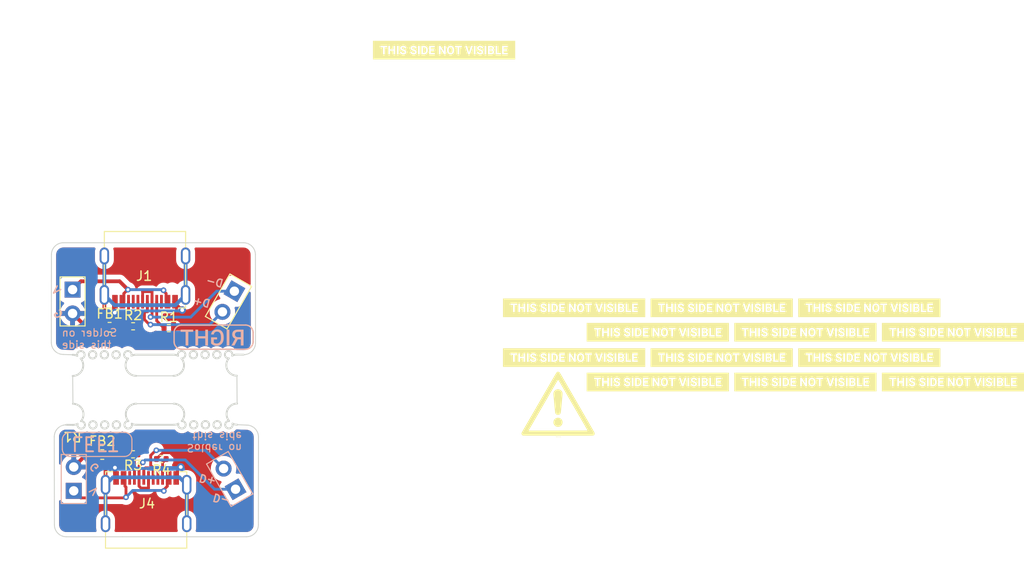
<source format=kicad_pcb>
(kicad_pcb (version 20211014) (generator pcbnew)
  (layers (0 "F.Cu" signal) (31 "B.Cu" signal) (34 "B.Paste" user) (35 "F.Paste" user) (36 "B.SilkS" user "B.Silkscreen") (37 "F.SilkS" user "F.Silkscreen") (38 "B.Mask" user) (39 "F.Mask" user) (44 "Edge.Cuts" user))
  (net 0 "")
  (net 1 "GND")
  (net 2 "Net-(FB1-Pad2)")
  (net 3 "Net-(FB2-Pad2)")
  (net 4 "Net-(J1-PadA4)")
  (net 5 "Net-(J1-PadA7)")
  (net 6 "Net-(J1-PadA6)")
  (net 7 "Net-(J1-PadA5)")
  (net 8 "Net-(J4-PadA5)")
  (net 9 "Net-(J4-PadB5)")
  (net 10 "Net-(J4-PadA4)")
  (net 11 "Net-(J4-PadA7)")
  (net 12 "Net-(J4-PadA6)")
  (net 13 "Net-(J1-PadB5)")
  (footprint "kibuzzard-6284F97C" (layer "F.Cu") (at 66.775 55.7)
    (fp_text reference "kibuzzard-6284F97C" hide)
    (fp_text value "G***" hide)
  )
  (footprint "Resistor_SMD:R_0402_1005Metric" (layer "F.Cu") (at 36.703139 99.227782 180)
    (fp_text reference "R4" (at 0 -1.17) (layer "F.SilkS"))
    (fp_text value "5.1k")
    (pad "1" smd roundrect (at -0.51 0 180) (size 0.54 0.64) (layers "F.Cu" "F.Paste" "F.Mask") (net 9 "Net-(J4-PadB5)"))
    (pad "2" smd roundrect (at 0.51 0 180) (size 0.54 0.64) (layers "F.Cu" "F.Paste" "F.Mask") (net 1 "GND"))
  )
  (footprint "kibuzzard-6284F97C" (layer "F.Cu") (at 89.508555 85.732959)
    (fp_text reference "kibuzzard-6284F97C" hide)
    (fp_text value "G***" hide)
  )
  (footprint "Inductor_SMD:L_0603_1608Metric" (layer "F.Cu") (at 30.418139 98.752782)
    (fp_text reference "FB2" (at 0 -1.43) (layer "F.SilkS"))
    (fp_text value "FerriteBead_Small")
    (pad "1" smd roundrect (at -0.7875 0) (size 0.875 0.95) (layers "F.Cu" "F.Paste" "F.Mask") (net 1 "GND"))
    (pad "2" smd roundrect (at 0.7875 0) (size 0.875 0.95) (layers "F.Cu" "F.Paste" "F.Mask") (net 3 "Net-(FB2-Pad2)"))
  )
  (footprint "kibuzzard-6284F97C" (layer "F.Cu") (at 96.306375 83.132959)
    (fp_text reference "kibuzzard-6284F97C" hide)
    (fp_text value "G***" hide)
  )
  (footprint "kibuzzard-6284F97C" (layer "F.Cu") (at 89.506375 91.032959)
    (fp_text reference "kibuzzard-6284F97C" hide)
    (fp_text value "G***" hide)
  )
  (footprint "LOGO" (layer "F.Cu") (at 78.906375 93.332959)
    (fp_text reference "G***" hide)
    (fp_text value "LOGO" hide)
  )
  (footprint "kibuzzard-6284F97C" (layer "F.Cu") (at 120.906375 91.032959)
    (fp_text reference "kibuzzard-6284F97C" hide)
    (fp_text value "G***" hide)
  )
  (footprint "Library:PinHeader_1x02_P2.54mm_Vertical" (layer "F.Cu") (at 44.472816 81.364751 -30)
    (fp_text reference "J3" hide)
    (fp_text value "Conn_01x02_Female")
    (pad "1" thru_hole rect (at 0 0 330) (size 1.7 1.7) (drill 1) (layers *.Cu *.Mask) (net 5 "Net-(J1-PadA7)"))
    (pad "2" thru_hole oval (at 0 2.54 330) (size 1.7 1.7) (drill 1) (layers *.Cu *.Mask) (net 6 "Net-(J1-PadA6)"))
  )
  (footprint "kibuzzard-6284F97C" (layer "F.Cu") (at 80.604195 88.432959)
    (fp_text reference "kibuzzard-6284F97C" hide)
    (fp_text value "G***" hide)
  )
  (footprint "kibuzzard-6284F97C" (layer "F.Cu") (at 120.908555 85.732959)
    (fp_text reference "kibuzzard-6284F97C" hide)
    (fp_text value "G***" hide)
  )
  (footprint "Library:C167321" (layer "F.Cu") (at 34.962816 81.76 180)
    (fp_text reference "J1" (at 0.09 2.01 180) (layer "F.SilkS"))
    (fp_text value "USB_C_Receptacle_USB2.0")
    (pad "" np_thru_hole circle (at 2.89 0.5 180) (size 0.65 0.65) (drill 0.65) (layers *.Cu *.Mask))
    (pad "" np_thru_hole circle (at -2.89 0.5 180) (size 0.65 0.65) (drill 0.65) (layers *.Cu *.Mask))
    (pad "A1" smd rect (at -3.35 -0.725 180) (size 0.3 1.45) (layers "F.Cu" "F.Paste" "F.Mask") (net 1 "GND"))
    (pad "A4" smd rect (at -2.55 -0.725 180) (size 0.3 1.45) (layers "F.Cu" "F.Paste" "F.Mask") (net 4 "Net-(J1-PadA4)"))
    (pad "A5" smd rect (at -1.25 -0.725 180) (size 0.3 1.45) (layers "F.Cu" "F.Paste" "F.Mask") (net 7 "Net-(J1-PadA5)"))
    (pad "A6" smd rect (at -0.25 -0.725 180) (size 0.3 1.45) (layers "F.Cu" "F.Paste" "F.Mask") (net 6 "Net-(J1-PadA6)"))
    (pad "A7" smd rect (at 0.25 -0.725 180) (size 0.3 1.45) (layers "F.Cu" "F.Paste" "F.Mask") (net 5 "Net-(J1-PadA7)"))
    (pad "A8" smd rect (at 1.25 -0.725 180) (size 0.3 1.45) (layers "F.Cu" "F.Paste" "F.Mask"))
    (pad "A9" smd rect (at 2.55 -0.725 180) (size 0.3 1.45) (layers "F.Cu" "F.Paste" "F.Mask") (net 4 "Net-(J1-PadA4)"))
    (pad "A12" smd rect (at 3.34 -0.725 180) (size 0.3 1.45) (layers "F.Cu" "F.Paste" "F.Mask") (net 1 "GND"))
    (pad "B1" smd rect (at 3.05 -0.725 180) (size 0.3 1.45) (layers "F.Cu" "F.Paste" "F.Mask") (net 1 "GND"))
    (pad "B4" smd rect (at 2.25 -0.725 180) (size 0.3 1.45) (layers "F.Cu" "F.Paste" "F.Mask") (net 4 "Net-(J1-PadA4)"))
    (pad "B5" smd rect (at 1.75 -0.725 180) (size 0.3 1.45) (layers "F.Cu" "F.Paste" "F.Mask") (net 13 "Net-(J1-PadB5)"))
    (pad "B6" smd rect (at 0.75 -0.725 180) (size 0.3 1.45) (layers "F.Cu" "F.Paste" "F.Mask") (net 6 "Net-(J1-PadA6)"))
    (pad "B7" smd rect (at -0.75 -0.725 180) (size 0.3 1.45) (layers "F.Cu" "F.Paste" "F.Mask") (net 5 "Net-(J1-PadA7)"))
    (pad "B8" smd rect (at -1.75 -0.725 180) (size 0.3 1.45) (layers "F.Cu" "F.Paste" "F.Mask"))
    (pad "B9" smd rect (at -2.25 -0.725 180) (size 0.3 1.45) (layers "F.Cu" "F.Paste" "F.Mask") (net 4 "Net-(J1-PadA4)"))
    (pad "B12" smd rect (at -3.05 -0.725 180) (size 0.3 1.45) (layers "F.Cu" "F.Paste" "F.Mask") (net 1 "GND"))
    (pad "S1" thru_hole oval (at 4.32 0 180) (size 1 2.1) (drill oval 0.6 1.7) (layers *.Cu *.Mask) (net 2 "Net-(FB1-Pad2)"))
    (pad "S1" thru_hole oval (at -4.32 4.15 180) (size 1 1.8) (drill oval 0.6 1.4) (layers *.Cu *.Mask) (net 2 "Net-(FB1-Pad2)"))
    (pad "S1" thru_hole oval (at -4.32 0 180) (size 1 2.1) (drill oval 0.6 1.7) (layers *.Cu *.Mask) (net 2 "Net-(FB1-Pad2)"))
    (pad "S1" thru_hole oval (at 4.32 4.15 180) (size 1 1.8) (drill oval 0.6 1.4) (layers *.Cu *.Mask) (net 2 "Net-(FB1-Pad2)"))
  )
  (footprint "kibuzzard-6284F97C" (layer "F.Cu") (at 112.006375 83.132959)
    (fp_text reference "kibuzzard-6284F97C" hide)
    (fp_text value "G***" hide)
  )
  (footprint "kibuzzard-6284F97C" (layer "F.Cu") (at 112.004195 88.432959)
    (fp_text reference "kibuzzard-6284F97C" hide)
    (fp_text value "G***" hide)
  )
  (footprint "kibuzzard-6284F97C" (layer "F.Cu") (at 105.208555 85.732959)
    (fp_text reference "kibuzzard-6284F97C" hide)
    (fp_text value "G***" hide)
  )
  (footprint "Resistor_SMD:R_0402_1005Metric" (layer "F.Cu") (at 33.693139 98.727782 180)
    (fp_text reference "R3" (at 0 -1.17) (layer "F.SilkS"))
    (fp_text value "5.1k")
    (pad "1" smd roundrect (at -0.51 0 180) (size 0.54 0.64) (layers "F.Cu" "F.Paste" "F.Mask") (net 8 "Net-(J4-PadA5)"))
    (pad "2" smd roundrect (at 0.51 0 180) (size 0.54 0.64) (layers "F.Cu" "F.Paste" "F.Mask") (net 1 "GND"))
  )
  (footprint "Resistor_SMD:R_0402_1005Metric" (layer "F.Cu") (at 37.5 85.3)
    (fp_text reference "R1" (at 0 -1.17) (layer "F.SilkS"))
    (fp_text value "5.1k")
    (pad "1" smd roundrect (at -0.51 0) (size 0.54 0.64) (layers "F.Cu" "F.Paste" "F.Mask") (net 7 "Net-(J1-PadA5)"))
    (pad "2" smd roundrect (at 0.51 0) (size 0.54 0.64) (layers "F.Cu" "F.Paste" "F.Mask") (net 1 "GND"))
  )
  (footprint "Library:PinHeader_1x02_P2.54mm_Vertical" (layer "F.Cu") (at 27.262816 81.194603)
    (fp_text reference "J2" hide)
    (fp_text value "Conn_01x02_Female")
    (pad "1" thru_hole rect (at 0 0) (size 1.7 1.7) (drill 1) (layers *.Cu *.Mask) (net 4 "Net-(J1-PadA4)"))
    (pad "2" thru_hole oval (at 0 2.54) (size 1.7 1.7) (drill 1) (layers *.Cu *.Mask) (net 1 "GND"))
  )
  (footprint "Inductor_SMD:L_0603_1608Metric" (layer "F.Cu") (at 31.2 85.2)
    (fp_text reference "FB1" (at 0 -1.43) (layer "F.SilkS"))
    (fp_text value "FerriteBead_Small")
    (pad "1" smd roundrect (at -0.7875 0) (size 0.875 0.95) (layers "F.Cu" "F.Paste" "F.Mask") (net 1 "GND"))
    (pad "2" smd roundrect (at 0.7875 0) (size 0.875 0.95) (layers "F.Cu" "F.Paste" "F.Mask") (net 2 "Net-(FB1-Pad2)"))
  )
  (footprint "Resistor_SMD:R_0402_1005Metric" (layer "F.Cu") (at 33.7 85.1)
    (fp_text reference "R2" (at 0 -1.17) (layer "F.SilkS"))
    (fp_text value "5.1k")
    (pad "1" smd roundrect (at -0.51 0) (size 0.54 0.64) (layers "F.Cu" "F.Paste" "F.Mask") (net 13 "Net-(J1-PadB5)"))
    (pad "2" smd roundrect (at 0.51 0) (size 0.54 0.64) (layers "F.Cu" "F.Paste" "F.Mask") (net 1 "GND"))
  )
  (footprint "kibuzzard-6284F97C" (layer "F.Cu") (at 105.206375 91.032959)
    (fp_text reference "kibuzzard-6284F97C" hide)
    (fp_text value "G***" hide)
  )
  (footprint "kibuzzard-6284F97C" (layer "F.Cu") (at 96.304195 88.432959)
    (fp_text reference "kibuzzard-6284F97C" hide)
    (fp_text value "G***" hide)
  )
  (footprint "kibuzzard-6284F97C" (layer "F.Cu") (at 80.606375 83.132959)
    (fp_text reference "kibuzzard-6284F97C" hide)
    (fp_text value "G***" hide)
  )
  (footprint "Library:C167321" (layer "F.Cu") (at 35.087007 101.967782)
    (fp_text reference "J4" (at 0.09 2.01) (layer "F.SilkS"))
    (fp_text value "USB_C_Receptacle_USB2.0")
    (pad "" np_thru_hole circle (at -2.89 0.5) (size 0.65 0.65) (drill 0.65) (layers *.Cu *.Mask))
    (pad "" np_thru_hole circle (at 2.89 0.5) (size 0.65 0.65) (drill 0.65) (layers *.Cu *.Mask))
    (pad "A1" smd rect (at -3.35 -0.725) (size 0.3 1.45) (layers "F.Cu" "F.Paste" "F.Mask") (net 1 "GND"))
    (pad "A4" smd rect (at -2.55 -0.725) (size 0.3 1.45) (layers "F.Cu" "F.Paste" "F.Mask") (net 10 "Net-(J4-PadA4)"))
    (pad "A5" smd rect (at -1.25 -0.725) (size 0.3 1.45) (layers "F.Cu" "F.Paste" "F.Mask") (net 8 "Net-(J4-PadA5)"))
    (pad "A6" smd rect (at -0.25 -0.725) (size 0.3 1.45) (layers "F.Cu" "F.Paste" "F.Mask") (net 12 "Net-(J4-PadA6)"))
    (pad "A7" smd rect (at 0.25 -0.725) (size 0.3 1.45) (layers "F.Cu" "F.Paste" "F.Mask") (net 11 "Net-(J4-PadA7)"))
    (pad "A8" smd rect (at 1.25 -0.725) (size 0.3 1.45) (layers "F.Cu" "F.Paste" "F.Mask"))
    (pad "A9" smd rect (at 2.55 -0.725) (size 0.3 1.45) (layers "F.Cu" "F.Paste" "F.Mask") (net 10 "Net-(J4-PadA4)"))
    (pad "A12" smd rect (at 3.34 -0.725) (size 0.3 1.45) (layers "F.Cu" "F.Paste" "F.Mask") (net 1 "GND"))
    (pad "B1" smd rect (at 3.05 -0.725) (size 0.3 1.45) (layers "F.Cu" "F.Paste" "F.Mask") (net 1 "GND"))
    (pad "B4" smd rect (at 2.25 -0.725) (size 0.3 1.45) (layers "F.Cu" "F.Paste" "F.Mask") (net 10 "Net-(J4-PadA4)"))
    (pad "B5" smd rect (at 1.75 -0.725) (size 0.3 1.45) (layers "F.Cu" "F.Paste" "F.Mask") (net 9 "Net-(J4-PadB5)"))
    (pad "B6" smd rect (at 0.75 -0.725) (size 0.3 1.45) (layers "F.Cu" "F.Paste" "F.Mask") (net 12 "Net-(J4-PadA6)"))
    (pad "B7" smd rect (at -0.75 -0.725) (size 0.3 1.45) (layers "F.Cu" "F.Paste" "F.Mask") (net 11 "Net-(J4-PadA7)"))
    (pad "B8" smd rect (at -1.75 -0.725) (size 0.3 1.45) (layers "F.Cu" "F.Paste" "F.Mask"))
    (pad "B9" smd rect (at -2.25 -0.725) (size 0.3 1.45) (layers "F.Cu" "F.Paste" "F.Mask") (net 10 "Net-(J4-PadA4)"))
    (pad "B12" smd rect (at -3.05 -0.725) (size 0.3 1.45) (layers "F.Cu" "F.Paste" "F.Mask") (net 1 "GND"))
    (pad "S1" thru_hole oval (at 4.32 0) (size 1 2.1) (drill oval 0.6 1.7) (layers *.Cu *.Mask) (net 3 "Net-(FB2-Pad2)"))
    (pad "S1" thru_hole oval (at -4.32 4.15) (size 1 1.8) (drill oval 0.6 1.4) (layers *.Cu *.Mask) (net 3 "Net-(FB2-Pad2)"))
    (pad "S1" thru_hole oval (at 4.32 4.15) (size 1 1.8) (drill oval 0.6 1.4) (layers *.Cu *.Mask) (net 3 "Net-(FB2-Pad2)"))
    (pad "S1" thru_hole oval (at -4.32 0) (size 1 2.1) (drill oval 0.6 1.7) (layers *.Cu *.Mask) (net 3 "Net-(FB2-Pad2)"))
  )
  (footprint "Library:PinHeader_1x02_P2.54mm_Vertical" (layer "B.Cu") (at 44.597007 102.447634 30)
    (fp_text reference "J6" hide)
    (fp_text value "Conn_01x02_Female")
    (pad "1" thru_hole rect (at 0 0 30) (size 1.7 1.7) (drill 1) (layers *.Cu *.Mask) (net 11 "Net-(J4-PadA7)"))
    (pad "2" thru_hole oval (at 0 -2.54 30) (size 1.7 1.7) (drill 1) (layers *.Cu *.Mask) (net 12 "Net-(J4-PadA6)"))
  )
  (footprint "Library:PinHeader_1x02_P2.54mm_Vertical" (layer "B.Cu") (at 27.387007 102.617782)
    (fp_text reference "J5" hide)
    (fp_text value "Conn_01x02_Female")
    (pad "1" thru_hole rect (at 0 0) (size 1.7 1.7) (drill 1) (layers *.Cu *.Mask) (net 10 "Net-(J4-PadA4)"))
    (pad "2" thru_hole oval (at 0 -2.54) (size 1.7 1.7) (drill 1) (layers *.Cu *.Mask) (net 1 "GND"))
  )
  (footprint "kibuzzard-61F01B61" (layer "B.Cu") (at 42.1 86.3 180)
    (fp_text reference "kibuzzard-61F01B61" hide)
    (fp_text value "G***" hide)
  )
  (gr_line (start 38.060306 86.77098) (end 38.060306 85.751869) (layer "B.SilkS") (width 0.15))
  (gr_line (start 46.462273 85.742058) (end 46.462273 86.761169) (layer "B.SilkS") (width 0.15))
  (gr_line (start 26.967423 96.39084) (end 32.792423 96.390841) (layer "B.SilkS") (width 0.12))
  (gr_arc (start 32.792423 96.390841) (mid 33.335675 96.621629) (end 33.573312 97.161919) (layer "B.SilkS") (width 0.12))
  (gr_arc (start 46.462273 86.761169) (mid 46.222579 87.313038) (end 45.666195 87.542059) (layer "B.SilkS") (width 0.15))
  (gr_line (start 38.841195 87.542058) (end 45.666195 87.542059) (layer "B.SilkS") (width 0.15))
  (gr_arc (start 26.171345 97.17173) (mid 26.411015 96.619836) (end 26.967423 96.39084) (layer "B.SilkS") (width 0.12))
  (gr_line (start 32.777234 98.961919) (end 26.952234 98.961919) (layer "B.SilkS") (width 0.12))
  (gr_line (start 26.171345 97.17173) (end 26.171345 98.190841) (layer "B.SilkS") (width 0.12))
  (gr_line (start 45.681384 84.97098) (end 38.856384 84.97098) (layer "B.SilkS") (width 0.15))
  (gr_arc (start 26.952234 98.961919) (mid 26.408982 98.731131) (end 26.171345 98.190841) (layer "B.SilkS") (width 0.12))
  (gr_arc (start 38.841195 87.542058) (mid 38.297911 87.311304) (end 38.060306 86.77098) (layer "B.SilkS") (width 0.15))
  (gr_line (start 33.573312 98.18103) (end 33.573312 97.161919) (layer "B.SilkS") (width 0.12))
  (gr_arc (start 33.573312 98.18103) (mid 33.333642 98.732924) (end 32.777234 98.96192) (layer "B.SilkS") (width 0.12))
  (gr_arc (start 38.060306 85.751869) (mid 38.3 85.2) (end 38.856384 84.970979) (layer "B.SilkS") (width 0.15))
  (gr_arc (start 45.681384 84.97098) (mid 46.224668 85.201734) (end 46.462273 85.742058) (layer "B.SilkS") (width 0.15))
  (gr_arc (start 47.025043 106.235787) (mid 46.653069 107.133813) (end 45.755043 107.505787) (layer "Edge.Cuts") (width 0.1))
  (gr_arc (start 38.509153 95.474019) (mid 38.270071 95.558775) (end 38.018077 95.587812) (layer "Edge.Cuts") (width 0.2))
  (gr_arc (start 45.438705 76.207027) (mid 46.336731 76.579001) (end 46.708705 77.477027) (layer "Edge.Cuts") (width 0.1))
  (gr_arc (start 44.244438 88.227012) (mid 44.48352 88.142256) (end 44.735514 88.113219) (layer "Edge.Cuts") (width 0.2))
  (gr_arc (start 45.764429 95.61584) (mid 46.662455 95.987814) (end 47.034429 96.88584) (layer "Edge.Cuts") (width 0.1))
  (gr_arc (start 34.023307 90.374997) (mid 33.001984 89.725955) (end 33.160082 88.526221) (layer "Edge.Cuts") (width 0.2))
  (gr_line (start 45.451974 88.121974) (end 44.735514 88.113219) (layer "Edge.Cuts") (width 0.2))
  (gr_arc (start 25.315481 96.86084) (mid 25.687455 95.962814) (end 26.585481 95.59084) (layer "Edge.Cuts") (width 0.1))
  (gr_circle (center 30.644383 88.130892) (end 30.244383 88.130892) (layer "Edge.Cuts") (width 0.2) (fill none))
  (gr_arc (start 38.014148 93.337817) (mid 39.035471 93.986859) (end 38.877373 95.186593) (layer "Edge.Cuts") (width 0.2))
  (gr_arc (start 25.012412 77.477027) (mid 25.384386 76.579001) (end 26.282412 76.207027) (layer "Edge.Cuts") (width 0.1))
  (gr_circle (center 42.643069 95.57974) (end 43.043069 95.57974) (layer "Edge.Cuts") (width 0.2) (fill none))
  (gr_arc (start 27.793017 95.485802) (mid 27.553935 95.570558) (end 27.301941 95.599595) (layer "Edge.Cuts") (width 0.2))
  (gr_circle (center 31.894381 88.128711) (end 31.494381 88.128711) (layer "Edge.Cuts") (width 0.2) (fill none))
  (gr_arc (start 33.191237 95.189598) (mid 33.028952 93.990423) (end 34.048003 93.337818) (layer "Edge.Cuts") (width 0.2))
  (gr_line (start 34.048003 93.337818) (end 38.014148 93.337817) (layer "Edge.Cuts") (width 0.1))
  (gr_arc (start 37.985526 88.125) (mid 38.237619 88.153157) (end 38.476996 88.237078) (layer "Edge.Cuts") (width 0.2))
  (gr_arc (start 33.160082 88.52622) (mid 32.898254 87.811217) (end 33.528302 88.238795) (layer "Edge.Cuts") (width 0.2))
  (gr_line (start 39.461295 76.207027) (end 45.438705 76.207027) (layer "Edge.Cuts") (width 0.1))
  (gr_line (start 44.739443 90.363214) (end 44.764139 93.326035) (layer "Edge.Cuts") (width 0.1))
  (gr_circle (center 42.610517 88.116928) (end 42.210517 88.116928) (layer "Edge.Cuts") (width 0.2) (fill none))
  (gr_line (start 34.023307 90.374997) (end 37.989452 90.374996) (layer "Edge.Cuts") (width 0.1))
  (gr_circle (center 31.926933 95.591523) (end 32.326933 95.591523) (layer "Edge.Cuts") (width 0.2) (fill none))
  (gr_arc (start 27.26939 88.136783) (mid 27.521483 88.16494) (end 27.76086 88.248861) (layer "Edge.Cuts") (width 0.2))
  (gr_arc (start 43.876218 88.514437) (mid 43.61439 87.799434) (end 44.244438 88.227012) (layer "Edge.Cuts") (width 0.2))
  (gr_arc (start 33.528302 88.238795) (mid 33.767384 88.154039) (end 34.019378 88.125002) (layer "Edge.Cuts") (width 0.2))
  (gr_line (start 37.985526 88.125) (end 34.019378 88.125002) (layer "Edge.Cuts") (width 0.2))
  (gr_line (start 46.708705 77.477027) (end 46.721974 86.851974) (layer "Edge.Cuts") (width 0.1))
  (gr_line (start 44.768065 95.576031) (end 45.764429 95.61584) (layer "Edge.Cuts") (width 0.1))
  (gr_line (start 34.051929 95.587814) (end 38.018077 95.587812) (layer "Edge.Cuts") (width 0.2))
  (gr_arc (start 46.721974 86.851974) (mid 46.35 87.75) (end 45.451974 88.121974) (layer "Edge.Cuts") (width 0.1))
  (gr_arc (start 28.161237 95.198377) (mid 28.423065 95.91338) (end 27.793017 95.485802) (layer "Edge.Cuts") (width 0.2))
  (gr_arc (start 44.768065 95.576031) (mid 44.515972 95.547874) (end 44.276595 95.463953) (layer "Edge.Cuts") (width 0.2))
  (gr_arc (start 38.846218 88.523216) (mid 39.008503 89.722391) (end 37.989452 90.374996) (layer "Edge.Cuts") (width 0.2))
  (gr_line (start 27.26939 88.136783) (end 26.273026 88.096974) (layer "Edge.Cuts") (width 0.1))
  (gr_arc (start 26.59875 107.505787) (mid 25.700724 107.133813) (end 25.32875 106.235787) (layer "Edge.Cuts") (width 0.1))
  (gr_circle (center 29.394386 88.133074) (end 28.994386 88.133074) (layer "Edge.Cuts") (width 0.2) (fill none))
  (gr_circle (center 29.426938 95.595886) (end 29.826938 95.595886) (layer "Edge.Cuts") (width 0.2) (fill none))
  (gr_line (start 45.755043 107.505787) (end 32.57616 107.505787) (layer "Edge.Cuts") (width 0.1))
  (gr_arc (start 28.130082 88.534999) (mid 28.292367 89.734174) (end 27.273316 90.386779) (layer "Edge.Cuts") (width 0.2))
  (gr_arc (start 27.76086 88.248861) (mid 28.389413 87.819087) (end 28.130081 88.535) (layer "Edge.Cuts") (width 0.2))
  (gr_circle (center 41.360519 88.119109) (end 40.960519 88.119109) (layer "Edge.Cuts") (width 0.2) (fill none))
  (gr_line (start 25.003026 86.826974) (end 25.012412 77.477027) (layer "Edge.Cuts") (width 0.1))
  (gr_arc (start 44.276595 95.463953) (mid 43.648042 95.893727) (end 43.907374 95.177814) (layer "Edge.Cuts") (width 0.2))
  (gr_line (start 25.32875 106.235787) (end 25.315481 96.86084) (layer "Edge.Cuts") (width 0.1))
  (gr_arc (start 26.273026 88.096974) (mid 25.375 87.725) (end 25.003026 86.826974) (layer "Edge.Cuts") (width 0.1))
  (gr_circle (center 40.143074 95.584103) (end 40.543074 95.584103) (layer "Edge.Cuts") (width 0.2) (fill none))
  (gr_line (start 27.273316 90.386779) (end 27.298012 93.3496) (layer "Edge.Cuts") (width 0.1))
  (gr_line (start 47.034429 96.88584) (end 47.025043 106.235787) (layer "Edge.Cuts") (width 0.1))
  (gr_circle (center 40.110522 88.121291) (end 39.710522 88.121291) (layer "Edge.Cuts") (width 0.2) (fill none))
  (gr_arc (start 33.560459 95.475736) (mid 32.931906 95.90551) (end 33.191238 95.189597) (layer "Edge.Cuts") (width 0.2))
  (gr_arc (start 34.051929 95.587814) (mid 33.799836 95.559657) (end 33.560459 95.475736) (layer "Edge.Cuts") (width 0.2))
  (gr_arc (start 38.476996 88.237078) (mid 39.105549 87.807304) (end 38.846217 88.523217) (layer "Edge.Cuts") (width 0.2))
  (gr_arc (start 38.877373 95.186594) (mid 39.139201 95.901597) (end 38.509153 95.474019) (layer "Edge.Cuts") (width 0.2))
  (gr_line (start 26.282412 76.207027) (end 39.461295 76.207027) (layer "Edge.Cuts") (width 0.1))
  (gr_circle (center 41.393072 95.581922) (end 41.793072 95.581922) (layer "Edge.Cuts") (width 0.2) (fill none))
  (gr_line (start 26.585481 95.59084) (end 27.301941 95.599595) (layer "Edge.Cuts") (width 0.2))
  (gr_arc (start 43.907373 95.177815) (mid 43.745088 93.97864) (end 44.764139 93.326035) (layer "Edge.Cuts") (width 0.2))
  (gr_arc (start 44.739443 90.363214) (mid 43.71812 89.714172) (end 43.876218 88.514438) (layer "Edge.Cuts") (width 0.2))
  (gr_circle (center 30.676936 95.593705) (end 31.076936 95.593705) (layer "Edge.Cuts") (width 0.2) (fill none))
  (gr_line (start 32.57616 107.505787) (end 26.59875 107.505787) (layer "Edge.Cuts") (width 0.1))
  (gr_arc (start 27.298012 93.3496) (mid 28.319335 93.998642) (end 28.161237 95.198376) (layer "Edge.Cuts") (width 0.2))
  (gr_text "G" (at 25.728968 83.829 -45) (layer "B.SilkS") (effects (font (size 0.8 0.8)) (justify mirror)))
  (gr_text "G" (at 29.575 100.075 135) (layer "B.SilkS") (effects (font (size 0.8 0.8)) (justify mirror)))
  (gr_text "V" (at 29.534594 102.604 135) (layer "B.SilkS") (effects (font (size 0.8 0.8)) (justify mirror)))
  (gr_text "Solder on \nthis side" (at 42.65 97.4 180) (layer "B.SilkS") (effects (font (size 0.8 0.8) (thickness 0.12)) (justify mirror)))
  (gr_text "D-" (at 42.375 80.375 -15) (layer "B.SilkS") (effects (font (size 0.8 0.8)) (justify mirror)))
  (gr_text "D-" (at 43.087792 103.500694 165) (layer "B.SilkS") (effects (font (size 0.8 0.8)) (justify mirror)))
  (gr_text "V" (at 25.5 81.3 -45) (layer "B.SilkS") (effects (font (size 0.8 0.8)) (justify mirror)))
  (gr_text "D+" (at 40.987792 82.525694 -15) (layer "B.SilkS") (effects (font (size 0.8 0.8)) (justify mirror)))
  (gr_text "Solder on \nthis side" (at 28.75 86.425) (layer "B.SilkS") (effects (font (size 0.8 0.8) (thickness 0.12)) (justify mirror)))
  (gr_text "LEFT" (at 29.652233 97.59084 180) (layer "B.SilkS") (effects (font (size 1.5 1.5) (thickness 0.2)) (justify mirror)))
  (gr_text "D+" (at 41.625 101.425 165) (layer "B.SilkS") (effects (font (size 0.8 0.8)) (justify mirror)))
  (gr_text "R1" (at 27.243139 96.852782 180) (layer "F.SilkS") (effects (font (size 1 1))))
  (segment (start 38.035 82.485) (end 38.925 83.375) (width 0.3) (layer "F.Cu") (net 1))
  (segment (start 31.737007 101.242782) (end 31.737007 100.183914) (width 0.3) (layer "F.Cu") (net 1))
  (segment (start 28.728213 85.2) (end 27.262816 83.734603) (width 0.4) (layer "F.Cu") (net 1))
  (segment (start 38.012816 82.485) (end 38.035 82.485) (width 0.3) (layer "F.Cu") (net 1))
  (segment (start 36.862659 98.558262) (end 37.658262 98.558262) (width 0.3) (layer "F.Cu") (net 1))
  (segment (start 38.01 84.29) (end 38.925 83.375) (width 0.3) (layer "F.Cu") (net 1))
  (segment (start 31.622816 83.521891) (end 31.750425 83.6495) (width 0.3) (layer "F.Cu") (net 1))
  (segment (start 38.427007 101.242782) (end 38.427007 100.418914) (width 0.3) (layer "F.Cu") (net 1))
  (segment (start 38.01 85.3) (end 38.01 84.29) (width 0.3) (layer "F.Cu") (net 1))
  (segment (start 30.4125 85.2) (end 28.728213 85.2) (width 0.4) (layer "F.Cu") (net 1))
  (segment (start 29.630639 98.752782) (end 28.712007 98.752782) (width 0.4) (layer "F.Cu") (net 1))
  (segment (start 37.658262 98.558262) (end 38.768139 99.668139) (width 0.3) (layer "F.Cu") (net 1))
  (segment (start 31.737007 100.183914) (end 31.768139 100.152782) (width 0.3) (layer "F.Cu") (net 1))
  (segment (start 28.712007 98.752782) (end 27.387007 100.077782) (width 0.4) (layer "F.Cu") (net 1))
  (segment (start 31.622816 82.485) (end 31.622816 83.521891) (width 0.3) (layer "F.Cu") (net 1))
  (segment (start 36.193139 99.227782) (end 36.862659 98.558262) (width 0.3) (layer "F.Cu") (net 1))
  (segment (start 38.768139 99.668139) (end 38.768139 100.077782) (width 0.3) (layer "F.Cu") (net 1))
  (segment (start 38.427007 100.418914) (end 38.768139 100.077782) (width 0.3) (layer "F.Cu") (net 1))
  (via (at 31.750425 83.6495) (size 0.8) (drill 0.4) (layers "F.Cu" "B.Cu") (net 1))
  (via (at 38.768139 100.077782) (size 0.8) (drill 0.4) (layers "F.Cu" "B.Cu") (net 1))
  (via (at 38.925 83.375) (size 0.8) (drill 0.4) (layers "F.Cu" "B.Cu") (net 1))
  (via (at 31.768139 100.152782) (size 0.8) (drill 0.4) (layers "F.Cu" "B.Cu") (net 1))
  (segment (start 31.937353 83.462572) (end 31.750425 83.6495) (width 0.3) (layer "B.Cu") (net 1))
  (segment (start 31.768139 100.152782) (end 31.850619 100.235262) (width 0.3) (layer "B.Cu") (net 1))
  (segment (start 31.850619 100.235262) (end 38.610659 100.235262) (width 0.3) (layer "B.Cu") (net 1))
  (segment (start 31.768139 100.152782) (end 31.693139 100.077782) (width 0.3) (layer "B.Cu") (net 1))
  (segment (start 38.837428 83.462572) (end 31.937353 83.462572) (width 0.3) (layer "B.Cu") (net 1))
  (segment (start 31.665322 83.734603) (end 27.262816 83.734603) (width 0.3) (layer "B.Cu") (net 1))
  (segment (start 38.610659 100.235262) (end 38.768139 100.077782) (width 0.3) (layer "B.Cu") (net 1))
  (segment (start 38.925 83.375) (end 38.837428 83.462572) (width 0.3) (layer "B.Cu") (net 1))
  (segment (start 31.750425 83.6495) (end 31.665322 83.734603) (width 0.3) (layer "B.Cu") (net 1))
  (segment (start 31.693139 100.077782) (end 27.387007 100.077782) (width 0.3) (layer "B.Cu") (net 1))
  (segment (start 30.642816 83.855316) (end 30.642816 81.76) (width 0.4) (layer "F.Cu") (net 2))
  (segment (start 31.9875 85.2) (end 30.642816 83.855316) (width 0.4) (layer "F.Cu") (net 2))
  (segment (start 38.192816 82.85) (end 39.282816 81.76) (width 0.4) (layer "B.Cu") (net 2))
  (segment (start 39.282816 81.76) (end 39.282816 77.61) (width 0.4) (layer "B.Cu") (net 2))
  (segment (start 31.732816 82.85) (end 38.192816 82.85) (width 0.4) (layer "B.Cu") (net 2))
  (segment (start 30.642816 77.61) (end 30.642816 81.76) (width 0.4) (layer "B.Cu") (net 2))
  (segment (start 30.642816 81.76) (end 31.732816 82.85) (width 0.4) (layer "B.Cu") (net 2))
  (segment (start 31.205639 98.752782) (end 30.767007 99.191414) (width 0.4) (layer "F.Cu") (net 3))
  (segment (start 30.767007 99.191414) (end 30.767007 101.967782) (width 0.4) (layer "F.Cu") (net 3))
  (segment (start 38.617007 101.177782) (end 31.557007 101.177782) (width 0.4) (layer "B.Cu") (net 3))
  (segment (start 30.767007 106.117782) (end 30.767007 101.967782) (width 0.4) (layer "B.Cu") (net 3))
  (segment (start 39.407007 101.967782) (end 38.617007 101.177782) (width 0.4) (layer "B.Cu") (net 3))
  (segment (start 31.557007 101.177782) (end 30.767007 101.967782) (width 0.4) (layer "B.Cu") (net 3))
  (segment (start 39.407007 101.967782) (end 39.407007 106.117782) (width 0.4) (layer "B.Cu") (net 3))
  (segment (start 32.713305 81.611695) (end 32.925 81.4) (width 0.3) (layer "F.Cu") (net 4))
  (segment (start 32.712816 82.485) (end 32.712816 81.644629) (width 0.3) (layer "F.Cu") (net 4))
  (segment (start 37.212816 82.485) (end 37.212816 81.612816) (width 0.3) (layer "F.Cu") (net 4))
  (segment (start 28.146939 80.31048) (end 32.26048 80.31048) (width 0.4) (layer "F.Cu") (net 4))
  (segment (start 36.925 81.325) (end 36.933502 81.316498) (width 0.3) (layer "F.Cu") (net 4))
  (segment (start 27.262816 81.194603) (end 28.146939 80.31048) (width 0.4) (layer "F.Cu") (net 4))
  (segment (start 32.26048 80.31048) (end 33.15 81.2) (width 0.4) (layer "F.Cu") (net 4))
  (segment (start 37.212816 81.612816) (end 36.925 81.325) (width 0.3) (layer "F.Cu") (net 4))
  (segment (start 36.933502 81.316498) (end 36.933502 81.265526) (width 0.3) (layer "F.Cu") (net 4))
  (segment (start 32.713305 81.64414) (end 32.713305 81.611695) (width 0.3) (layer "F.Cu") (net 4))
  (segment (start 32.925 81.4) (end 33.125 81.2) (width 0.3) (layer "F.Cu") (net 4))
  (segment (start 32.712816 81.644629) (end 32.713305 81.64414) (width 0.3) (layer "F.Cu") (net 4))
  (segment (start 33.125 81.2) (end 33.15 81.2) (width 0.3) (layer "F.Cu") (net 4))
  (via (at 36.933502 81.265526) (size 0.6) (drill 0.3) (layers "F.Cu" "B.Cu") (net 4))
  (via (at 33.15 81.2) (size 0.6) (drill 0.3) (layers "F.Cu" "B.Cu") (net 4))
  (segment (start 36.867976 81.2) (end 36.933502 81.265526) (width 0.3) (layer "B.Cu") (net 4))
  (segment (start 33.15 81.2) (end 36.867976 81.2) (width 0.3) (layer "B.Cu") (net 4))
  (segment (start 34.712816 81.410978) (end 34.712816 82.485) (width 0.3) (layer "F.Cu") (net 5))
  (segment (start 35.712327 81.410489) (end 34.713305 81.410489) (width 0.3) (layer "F.Cu") (net 5))
  (segment (start 35.712816 82.485) (end 35.712816 83.952937) (width 0.3) (layer "F.Cu") (net 5))
  (segment (start 35.712816 82.485) (end 35.712816 81.410978) (width 0.3) (layer "F.Cu") (net 5))
  (segment (start 34.713305 81.410489) (end 34.712816 81.410978) (width 0.3) (layer "F.Cu") (net 5))
  (segment (start 35.712816 81.410978) (end 35.712327 81.410489) (width 0.3) (layer "F.Cu") (net 5))
  (segment (start 35.712816 83.952937) (end 35.55367 84.112083) (width 0.3) (layer "F.Cu") (net 5))
  (via (at 35.55367 84.112083) (size 0.6) (drill 0.3) (layers "F.Cu" "B.Cu") (net 5))
  (segment (start 35.566098 84.124511) (end 35.55367 84.112083) (width 0.3) (layer "B.Cu") (net 5))
  (segment (start 42.585249 81.364751) (end 39.825489 84.124511) (width 0.3) (layer "B.Cu") (net 5))
  (segment (start 39.825489 84.124511) (end 35.566098 84.124511) (width 0.3) (layer "B.Cu") (net 5))
  (segment (start 44.472816 81.364751) (end 42.585249 81.364751) (width 0.3) (layer "B.Cu") (net 5))
  (segment (start 34.904159 83.614863) (end 34.904159 84.38112) (width 0.3) (layer "F.Cu") (net 6))
  (segment (start 34.904159 84.38112) (end 35.448039 84.925) (width 0.3) (layer "F.Cu") (net 6))
  (segment (start 34.959511 83.559511) (end 35.212327 83.559511) (width 0.3) (layer "F.Cu") (net 6))
  (segment (start 34.212816 82.485) (end 34.212816 83.559022) (width 0.3) (layer "F.Cu") (net 6))
  (segment (start 34.959511 83.559511) (end 34.904159 83.614863) (width 0.3) (layer "F.Cu") (net 6))
  (segment (start 34.213305 83.559511) (end 34.959511 83.559511) (width 0.3) (layer "F.Cu") (net 6))
  (segment (start 35.212327 83.559511) (end 35.212816 83.559022) (width 0.3) (layer "F.Cu") (net 6))
  (segment (start 34.212816 83.559022) (end 34.213305 83.559511) (width 0.3) (layer "F.Cu") (net 6))
  (segment (start 35.448039 84.925) (end 35.55 84.925) (width 0.3) (layer "F.Cu") (net 6))
  (segment (start 35.212816 83.559022) (end 35.212816 82.485) (width 0.3) (layer "F.Cu") (net 6))
  (via (at 35.55 84.925) (size 0.6) (drill 0.3) (layers "F.Cu" "B.Cu") (net 6))
  (segment (start 35.55 84.925) (end 41.842272 84.925) (width 0.3) (layer "B.Cu") (net 6))
  (segment (start 41.842272 84.925) (end 43.202816 83.564456) (width 0.3) (layer "B.Cu") (net 6))
  (segment (start 36.212816 82.485) (end 36.212816 84.522816) (width 0.3) (layer "F.Cu") (net 7))
  (segment (start 36.212816 84.522816) (end 36.99 85.3) (width 0.3) (layer "F.Cu") (net 7))
  (segment (start 33.837007 99.093914) (end 33.837007 101.242782) (width 0.3) (layer "F.Cu") (net 8))
  (segment (start 34.203139 98.727782) (end 33.837007 99.093914) (width 0.3) (layer "F.Cu") (net 8))
  (segment (start 36.837007 99.603914) (end 37.213139 99.227782) (width 0.3) (layer "F.Cu") (net 9))
  (segment (start 36.837007 101.242782) (end 36.837007 99.603914) (width 0.3) (layer "F.Cu") (net 9))
  (segment (start 32.837007 102.12165) (end 32.837007 101.242782) (width 0.3) (layer "F.Cu") (net 10))
  (segment (start 37.336518 101.543271) (end 37.336518 102.123914) (width 0.3) (layer "F.Cu") (net 10))
  (segment (start 32.943139 103.302782) (end 32.943139 102.227782) (width 0.3) (layer "F.Cu") (net 10))
  (segment (start 37.336518 102.123914) (end 36.968139 102.492293) (width 0.3) (layer "F.Cu") (net 10))
  (segment (start 32.878619 103.367302) (end 28.136527 103.367302) (width 0.3) (layer "F.Cu") (net 10))
  (segment (start 32.943139 102.227782) (end 32.837007 102.12165) (width 0.3) (layer "F.Cu") (net 10))
  (segment (start 36.968139 102.492293) (end 36.968139 102.627782) (width 0.3) (layer "F.Cu") (net 10))
  (segment (start 32.943139 103.302782) (end 32.878619 103.367302) (width 0.3) (layer "F.Cu") (net 10))
  (segment (start 37.637007 101.242782) (end 37.336518 101.543271) (width 0.3) (layer "F.Cu") (net 10))
  (segment (start 28.136527 103.367302) (end 27.387007 102.617782) (width 0.3) (layer "F.Cu") (net 10))
  (via (at 32.943139 103.302782) (size 0.6) (drill 0.3) (layers "F.Cu" "B.Cu") (net 10))
  (via (at 36.968139 102.627782) (size 0.6) (drill 0.3) (layers "F.Cu" "B.Cu") (net 10))
  (segment (start 32.943139 103.302782) (end 33.668139 102.577782) (width 0.3) (layer "B.Cu") (net 10))
  (segment (start 36.918139 102.577782) (end 36.968139 102.627782) (width 0.3) (layer "B.Cu") (net 10))
  (segment (start 33.668139 102.577782) (end 36.918139 102.577782) (width 0.3) (layer "B.Cu") (net 10))
  (segment (start 35.337007 102.316804) (end 35.326029 102.327782) (width 0.3) (layer "F.Cu") (net 11))
  (segment (start 34.543139 102.327782) (end 34.337007 102.12165) (width 0.3) (layer "F.Cu") (net 11))
  (segment (start 34.337007 99.983484) (end 34.73474 99.585751) (width 0.3) (layer "F.Cu") (net 11))
  (segment (start 35.337007 101.242782) (end 35.337007 102.316804) (width 0.3) (layer "F.Cu") (net 11))
  (segment (start 34.337007 102.12165) (end 34.337007 101.242782) (width 0.3) (layer "F.Cu") (net 11))
  (segment (start 35.326029 102.327782) (end 34.543139 102.327782) (width 0.3) (layer "F.Cu") (net 11))
  (segment (start 34.337007 101.242782) (end 34.337007 99.983484) (width 0.3) (layer "F.Cu") (net 11))
  (via (at 34.73474 99.585751) (size 0.6) (drill 0.3) (layers "F.Cu" "B.Cu") (net 11))
  (segment (start 34.99222 99.328271) (end 39.243628 99.328271) (width 0.3) (layer "B.Cu") (net 11))
  (segment (start 39.243628 99.328271) (end 42.362991 102.447634) (width 0.3) (layer "B.Cu") (net 11))
  (segment (start 42.362991 102.447634) (end 44.597007 102.447634) (width 0.3) (layer "B.Cu") (net 11))
  (segment (start 34.73474 99.585751) (end 34.99222 99.328271) (width 0.3) (layer "B.Cu") (net 11))
  (segment (start 35.836518 100.168271) (end 35.573619 99.905372) (width 0.3) (layer "F.Cu") (net 12))
  (segment (start 35.573619 99.905372) (end 35.573619 98.842088) (width 0.3) (layer "F.Cu") (net 12))
  (segment (start 34.837007 100.353271) (end 34.837007 101.242782) (width 0.3) (layer "F.Cu") (net 12))
  (segment (start 35.837007 100.16876) (end 35.836518 100.168271) (width 0.3) (layer "F.Cu") (net 12))
  (segment (start 35.022007 100.168271) (end 34.837007 100.353271) (width 0.3) (layer "F.Cu") (net 12))
  (segment (start 36.112925 98.302782) (end 36.168139 98.302782) (width 0.3) (layer "F.Cu") (net 12))
  (segment (start 35.836518 100.168271) (end 35.022007 100.168271) (width 0.3) (layer "F.Cu") (net 12))
  (segment (start 35.573619 98.842088) (end 36.112925 98.302782) (width 0.3) (layer "F.Cu") (net 12))
  (segment (start 35.837007 101.242782) (end 35.837007 100.16876) (width 0.3) (layer "F.Cu") (net 12))
  (via (at 36.168139 98.302782) (size 0.6) (drill 0.3) (layers "F.Cu" "B.Cu") (net 12))
  (segment (start 41.38186 98.302782) (end 43.327007 100.247929) (width 0.3) (layer "B.Cu") (net 12))
  (segment (start 36.168139 98.302782) (end 41.38186 98.302782) (width 0.3) (layer "B.Cu") (net 12))
  (segment (start 33.212816 85.077184) (end 33.19 85.1) (width 0.3) (layer "F.Cu") (net 13))
  (segment (start 33.212816 82.485) (end 33.212816 85.077184) (width 0.3) (layer "F.Cu") (net 13))
  (zone (net 1) (net_name "GND") (layers F&B.Cu) (connect_pads (clearance 0.508)) (min_thickness 0.254) (fill yes (thermal_gap 0.508) (thermal_bridge_width 0.508))
    (polygon (pts (xy 47 76.075) (xy 47.861319 111.573995) (xy 22.961319 111.023995) (xy 22.475 75.525)))
  )
)
</source>
